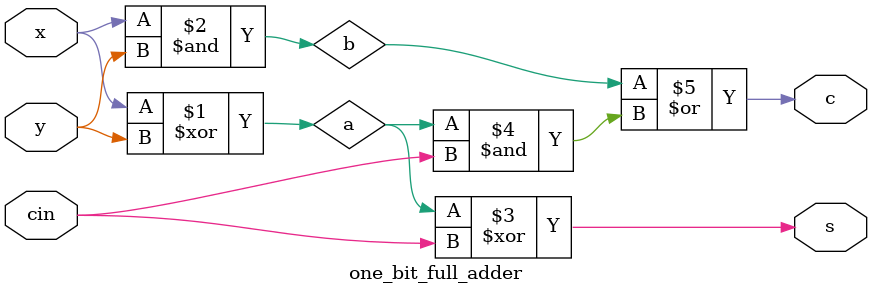
<source format=sv>
`timescale 1ns / 1ps


module one_bit_full_adder(

    input x,
    input y,
    input cin,
    output c,
    output s
    
    );
    
    logic a;
    logic b;
    
    
    
    assign a = x ^ y;
    assign b = x & y;
    
    assign s = a ^ cin;
    assign c = b | (a & cin);

endmodule

</source>
